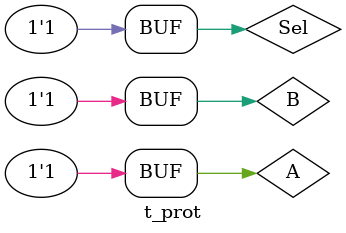
<source format=v>
`timescale 1ns / 1ps


module t_prot;

	// Inputs
	reg A;
	reg B;
	reg Sel;

	// Outputs
	wire Sal;

	// Instantiate the Unit Under Test (UUT)
	v_prot uut (
		.A(A), 
		.B(B), 
		.Sel(Sel), 
		.Sal(Sal)
	);

	initial begin
		// Initialize Inputs
		A = 0;
		B = 0;
		Sel = 0;

		#100;		
		A = 0;
		B = 0;
		Sel = 1;

		#100;
		A = 0;
		B = 1;
		Sel = 0;

		#100;
		A = 0;
		B = 1;
		Sel = 1;

		#100;
		A = 1;
		B = 0;
		Sel = 0;

		#100;
		A = 1;
		B = 0;
		Sel = 1;

		#100;
		A = 1;
		B = 1;
		Sel = 0;

		#100;
		A = 1;
		B = 1;
		Sel = 1;

		#100;
        
		// Add stimulus here

	end
      
endmodule


</source>
